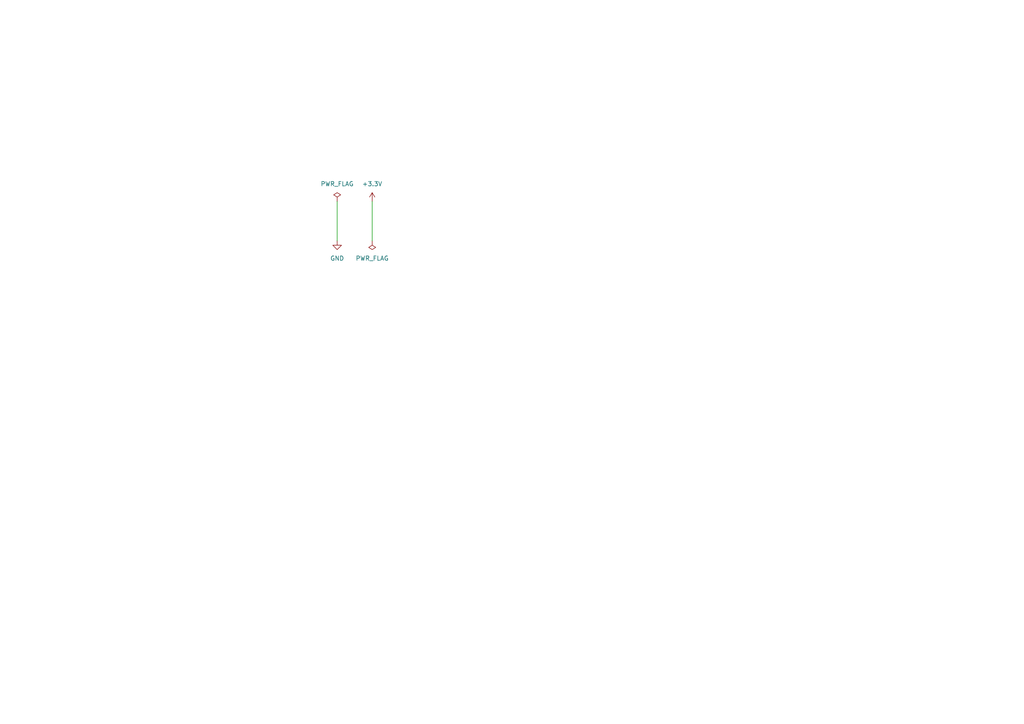
<source format=kicad_sch>
(kicad_sch
	(version 20250114)
	(generator "eeschema")
	(generator_version "9.0")
	(uuid "f28ded0c-c550-422a-b2d6-ea7328f31e26")
	(paper "A4")
	(lib_symbols
		(symbol "power:GND"
			(power)
			(pin_numbers
				(hide yes)
			)
			(pin_names
				(offset 0)
				(hide yes)
			)
			(exclude_from_sim no)
			(in_bom yes)
			(on_board yes)
			(property "Reference" "#PWR"
				(at 0 -6.35 0)
				(effects
					(font
						(size 1.27 1.27)
					)
					(hide yes)
				)
			)
			(property "Value" "GND"
				(at 0 -3.81 0)
				(effects
					(font
						(size 1.27 1.27)
					)
				)
			)
			(property "Footprint" ""
				(at 0 0 0)
				(effects
					(font
						(size 1.27 1.27)
					)
					(hide yes)
				)
			)
			(property "Datasheet" ""
				(at 0 0 0)
				(effects
					(font
						(size 1.27 1.27)
					)
					(hide yes)
				)
			)
			(property "Description" "Power symbol creates a global label with name \"GND\" , ground"
				(at 0 0 0)
				(effects
					(font
						(size 1.27 1.27)
					)
					(hide yes)
				)
			)
			(property "ki_keywords" "global power"
				(at 0 0 0)
				(effects
					(font
						(size 1.27 1.27)
					)
					(hide yes)
				)
			)
			(symbol "GND_0_1"
				(polyline
					(pts
						(xy 0 0) (xy 0 -1.27) (xy 1.27 -1.27) (xy 0 -2.54) (xy -1.27 -1.27) (xy 0 -1.27)
					)
					(stroke
						(width 0)
						(type default)
					)
					(fill
						(type none)
					)
				)
			)
			(symbol "GND_1_1"
				(pin power_in line
					(at 0 0 270)
					(length 0)
					(name "~"
						(effects
							(font
								(size 1.27 1.27)
							)
						)
					)
					(number "1"
						(effects
							(font
								(size 1.27 1.27)
							)
						)
					)
				)
			)
			(embedded_fonts no)
		)
		(symbol "power:PWR_FLAG"
			(power)
			(pin_numbers
				(hide yes)
			)
			(pin_names
				(offset 0)
				(hide yes)
			)
			(exclude_from_sim no)
			(in_bom yes)
			(on_board yes)
			(property "Reference" "#FLG"
				(at 0 1.905 0)
				(effects
					(font
						(size 1.27 1.27)
					)
					(hide yes)
				)
			)
			(property "Value" "PWR_FLAG"
				(at 0 3.81 0)
				(effects
					(font
						(size 1.27 1.27)
					)
				)
			)
			(property "Footprint" ""
				(at 0 0 0)
				(effects
					(font
						(size 1.27 1.27)
					)
					(hide yes)
				)
			)
			(property "Datasheet" "~"
				(at 0 0 0)
				(effects
					(font
						(size 1.27 1.27)
					)
					(hide yes)
				)
			)
			(property "Description" "Special symbol for telling ERC where power comes from"
				(at 0 0 0)
				(effects
					(font
						(size 1.27 1.27)
					)
					(hide yes)
				)
			)
			(property "ki_keywords" "flag power"
				(at 0 0 0)
				(effects
					(font
						(size 1.27 1.27)
					)
					(hide yes)
				)
			)
			(symbol "PWR_FLAG_0_0"
				(pin power_out line
					(at 0 0 90)
					(length 0)
					(name "~"
						(effects
							(font
								(size 1.27 1.27)
							)
						)
					)
					(number "1"
						(effects
							(font
								(size 1.27 1.27)
							)
						)
					)
				)
			)
			(symbol "PWR_FLAG_0_1"
				(polyline
					(pts
						(xy 0 0) (xy 0 1.27) (xy -1.016 1.905) (xy 0 2.54) (xy 1.016 1.905) (xy 0 1.27)
					)
					(stroke
						(width 0)
						(type default)
					)
					(fill
						(type none)
					)
				)
			)
			(embedded_fonts no)
		)
		(symbol "power:VDD"
			(power)
			(pin_numbers
				(hide yes)
			)
			(pin_names
				(offset 0)
				(hide yes)
			)
			(exclude_from_sim no)
			(in_bom yes)
			(on_board yes)
			(property "Reference" "#PWR"
				(at 0 -3.81 0)
				(effects
					(font
						(size 1.27 1.27)
					)
					(hide yes)
				)
			)
			(property "Value" "VDD"
				(at 0 3.556 0)
				(effects
					(font
						(size 1.27 1.27)
					)
				)
			)
			(property "Footprint" ""
				(at 0 0 0)
				(effects
					(font
						(size 1.27 1.27)
					)
					(hide yes)
				)
			)
			(property "Datasheet" ""
				(at 0 0 0)
				(effects
					(font
						(size 1.27 1.27)
					)
					(hide yes)
				)
			)
			(property "Description" "Power symbol creates a global label with name \"VDD\""
				(at 0 0 0)
				(effects
					(font
						(size 1.27 1.27)
					)
					(hide yes)
				)
			)
			(property "ki_keywords" "global power"
				(at 0 0 0)
				(effects
					(font
						(size 1.27 1.27)
					)
					(hide yes)
				)
			)
			(symbol "VDD_0_1"
				(polyline
					(pts
						(xy -0.762 1.27) (xy 0 2.54)
					)
					(stroke
						(width 0)
						(type default)
					)
					(fill
						(type none)
					)
				)
				(polyline
					(pts
						(xy 0 2.54) (xy 0.762 1.27)
					)
					(stroke
						(width 0)
						(type default)
					)
					(fill
						(type none)
					)
				)
				(polyline
					(pts
						(xy 0 0) (xy 0 2.54)
					)
					(stroke
						(width 0)
						(type default)
					)
					(fill
						(type none)
					)
				)
			)
			(symbol "VDD_1_1"
				(pin power_in line
					(at 0 0 90)
					(length 0)
					(name "~"
						(effects
							(font
								(size 1.27 1.27)
							)
						)
					)
					(number "1"
						(effects
							(font
								(size 1.27 1.27)
							)
						)
					)
				)
			)
			(embedded_fonts no)
		)
	)
	(wire
		(pts
			(xy 97.79 58.42) (xy 97.79 69.85)
		)
		(stroke
			(width 0)
			(type default)
		)
		(uuid "c108c77a-9a22-4d28-b6b1-c3627f474d15")
	)
	(wire
		(pts
			(xy 107.95 58.42) (xy 107.95 69.85)
		)
		(stroke
			(width 0)
			(type default)
		)
		(uuid "f2afb934-9277-4d0a-8ce8-001eeb6480f7")
	)
	(symbol
		(lib_id "power:VDD")
		(at 107.95 58.42 0)
		(unit 1)
		(exclude_from_sim no)
		(in_bom yes)
		(on_board yes)
		(dnp no)
		(fields_autoplaced yes)
		(uuid "30eaeaf1-eabb-4c6c-b7a1-dcbbaa228844")
		(property "Reference" "#PWR06"
			(at 107.95 62.23 0)
			(effects
				(font
					(size 1.27 1.27)
				)
				(hide yes)
			)
		)
		(property "Value" "+3.3V"
			(at 107.95 53.34 0)
			(effects
				(font
					(size 1.27 1.27)
				)
			)
		)
		(property "Footprint" ""
			(at 107.95 58.42 0)
			(effects
				(font
					(size 1.27 1.27)
				)
				(hide yes)
			)
		)
		(property "Datasheet" ""
			(at 107.95 58.42 0)
			(effects
				(font
					(size 1.27 1.27)
				)
				(hide yes)
			)
		)
		(property "Description" "Power symbol creates a global label with name \"VDD\""
			(at 107.95 58.42 0)
			(effects
				(font
					(size 1.27 1.27)
				)
				(hide yes)
			)
		)
		(pin "1"
			(uuid "ef2e0231-63cd-45ca-9657-be932aaa41fc")
		)
		(instances
			(project "WSEN-HIDS_Demo_Board"
				(path "/0b9d3690-03ac-4718-a721-d774fd5bc4e6/da043c4a-e63b-4285-ab79-e3083cebdb2b"
					(reference "#PWR06")
					(unit 1)
				)
			)
		)
	)
	(symbol
		(lib_id "power:PWR_FLAG")
		(at 107.95 69.85 180)
		(unit 1)
		(exclude_from_sim no)
		(in_bom yes)
		(on_board yes)
		(dnp no)
		(fields_autoplaced yes)
		(uuid "6a6a1a45-2512-4c01-9c3f-e1a3b2496e6c")
		(property "Reference" "#FLG01"
			(at 107.95 71.755 0)
			(effects
				(font
					(size 1.27 1.27)
				)
				(hide yes)
			)
		)
		(property "Value" "PWR_FLAG"
			(at 107.95 74.93 0)
			(effects
				(font
					(size 1.27 1.27)
				)
			)
		)
		(property "Footprint" ""
			(at 107.95 69.85 0)
			(effects
				(font
					(size 1.27 1.27)
				)
				(hide yes)
			)
		)
		(property "Datasheet" "~"
			(at 107.95 69.85 0)
			(effects
				(font
					(size 1.27 1.27)
				)
				(hide yes)
			)
		)
		(property "Description" "Special symbol for telling ERC where power comes from"
			(at 107.95 69.85 0)
			(effects
				(font
					(size 1.27 1.27)
				)
				(hide yes)
			)
		)
		(pin "1"
			(uuid "5e0b6618-43fb-434d-99a5-06fa92de5f07")
		)
		(instances
			(project "WSEN-HIDS_Demo_Board"
				(path "/0b9d3690-03ac-4718-a721-d774fd5bc4e6/da043c4a-e63b-4285-ab79-e3083cebdb2b"
					(reference "#FLG01")
					(unit 1)
				)
			)
		)
	)
	(symbol
		(lib_id "power:GND")
		(at 97.79 69.85 0)
		(unit 1)
		(exclude_from_sim no)
		(in_bom yes)
		(on_board yes)
		(dnp no)
		(fields_autoplaced yes)
		(uuid "dede29af-7c83-4b81-9e05-f7723ba2e35b")
		(property "Reference" "#PWR07"
			(at 97.79 76.2 0)
			(effects
				(font
					(size 1.27 1.27)
				)
				(hide yes)
			)
		)
		(property "Value" "GND"
			(at 97.79 74.93 0)
			(effects
				(font
					(size 1.27 1.27)
				)
			)
		)
		(property "Footprint" ""
			(at 97.79 69.85 0)
			(effects
				(font
					(size 1.27 1.27)
				)
				(hide yes)
			)
		)
		(property "Datasheet" ""
			(at 97.79 69.85 0)
			(effects
				(font
					(size 1.27 1.27)
				)
				(hide yes)
			)
		)
		(property "Description" "Power symbol creates a global label with name \"GND\" , ground"
			(at 97.79 69.85 0)
			(effects
				(font
					(size 1.27 1.27)
				)
				(hide yes)
			)
		)
		(pin "1"
			(uuid "1c6e703e-c764-4149-84a6-d2d4385ecb09")
		)
		(instances
			(project "WSEN-HIDS_Demo_Board"
				(path "/0b9d3690-03ac-4718-a721-d774fd5bc4e6/da043c4a-e63b-4285-ab79-e3083cebdb2b"
					(reference "#PWR07")
					(unit 1)
				)
			)
		)
	)
	(symbol
		(lib_id "power:PWR_FLAG")
		(at 97.79 58.42 0)
		(unit 1)
		(exclude_from_sim no)
		(in_bom yes)
		(on_board yes)
		(dnp no)
		(fields_autoplaced yes)
		(uuid "fa307683-8e7e-4d7c-abac-ae5d91084bc3")
		(property "Reference" "#FLG02"
			(at 97.79 56.515 0)
			(effects
				(font
					(size 1.27 1.27)
				)
				(hide yes)
			)
		)
		(property "Value" "PWR_FLAG"
			(at 97.79 53.34 0)
			(effects
				(font
					(size 1.27 1.27)
				)
			)
		)
		(property "Footprint" ""
			(at 97.79 58.42 0)
			(effects
				(font
					(size 1.27 1.27)
				)
				(hide yes)
			)
		)
		(property "Datasheet" "~"
			(at 97.79 58.42 0)
			(effects
				(font
					(size 1.27 1.27)
				)
				(hide yes)
			)
		)
		(property "Description" "Special symbol for telling ERC where power comes from"
			(at 97.79 58.42 0)
			(effects
				(font
					(size 1.27 1.27)
				)
				(hide yes)
			)
		)
		(pin "1"
			(uuid "3fcf6548-3a11-4c80-ba2d-1cd2c915f424")
		)
		(instances
			(project "WSEN-HIDS_Demo_Board"
				(path "/0b9d3690-03ac-4718-a721-d774fd5bc4e6/da043c4a-e63b-4285-ab79-e3083cebdb2b"
					(reference "#FLG02")
					(unit 1)
				)
			)
		)
	)
)

</source>
